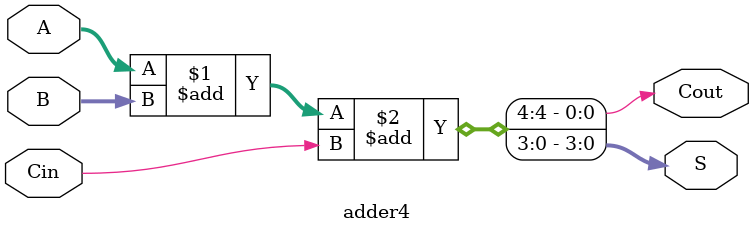
<source format=v>
module adder4(S,Cout,A,B,Cin);
  input[3:0]A,B;
  input Cin;
  output[3:0]S;
  output Cout;

  assign{Cout,S}=A+B+Cin;
endmodule
</source>
